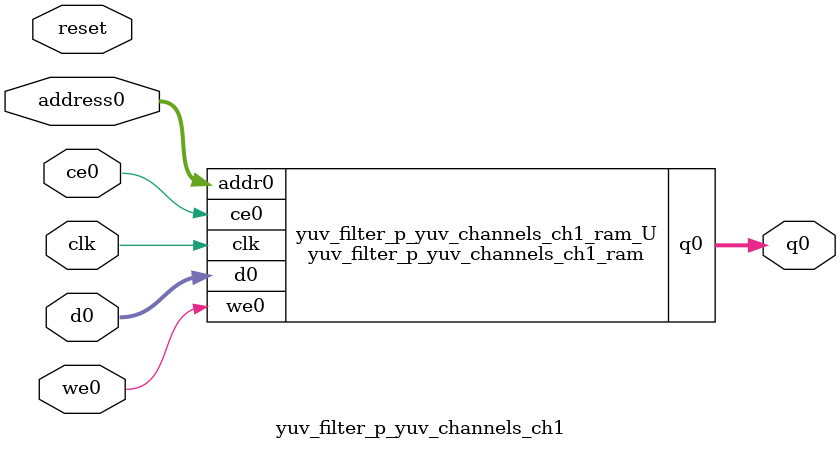
<source format=v>

`timescale 1 ns / 1 ps
module yuv_filter_p_yuv_channels_ch1_ram (addr0, ce0, d0, we0, q0,  clk);

parameter DWIDTH = 8;
parameter AWIDTH = 22;
parameter MEM_SIZE = 2457600;

input[AWIDTH-1:0] addr0;
input ce0;
input[DWIDTH-1:0] d0;
input we0;
output wire[DWIDTH-1:0] q0;
input clk;

(* ram_style = "block" *)reg [DWIDTH-1:0] ram[MEM_SIZE-1:0];
wire [AWIDTH-1:0] addr0_t0; 
(* EQUIVALENT_REGISTER_REMOVAL="NO" *)reg [AWIDTH-1:0] addr0_t1; 
wire [DWIDTH-1:0] d0_t0; 
wire we0_t0; 
(* EQUIVALENT_REGISTER_REMOVAL="NO" *)reg [DWIDTH-1:0] d0_t1; 
(* EQUIVALENT_REGISTER_REMOVAL="NO" *)reg we0_t1; 
reg [DWIDTH-1:0] q0_t0;
reg [DWIDTH-1:0] q0_t1;


assign addr0_t0 = addr0;
assign d0_t0 = d0;
assign we0_t0 = we0;
assign q0 = q0_t1;

always @(posedge clk)  
begin
    if (ce0) 
    begin
        addr0_t1 <= addr0_t0; 
        d0_t1 <= d0_t0;
        we0_t1 <= we0_t0;
        q0_t1 <= q0_t0;
    end
end


always @(posedge clk)  
begin 
    if (ce0) 
    begin
        if (we0_t1) 
        begin 
            ram[addr0_t1] <= d0_t1; 
            q0_t0 <= d0_t1;
        end 
        else 
            q0_t0 <= ram[addr0_t1];
    end
end


endmodule


`timescale 1 ns / 1 ps
module yuv_filter_p_yuv_channels_ch1(
    reset,
    clk,
    address0,
    ce0,
    we0,
    d0,
    q0);

parameter DataWidth = 32'd8;
parameter AddressRange = 32'd2457600;
parameter AddressWidth = 32'd22;
input reset;
input clk;
input[AddressWidth - 1:0] address0;
input ce0;
input we0;
input[DataWidth - 1:0] d0;
output[DataWidth - 1:0] q0;



yuv_filter_p_yuv_channels_ch1_ram yuv_filter_p_yuv_channels_ch1_ram_U(
    .clk( clk ),
    .addr0( address0 ),
    .ce0( ce0 ),
    .d0( d0 ),
    .we0( we0 ),
    .q0( q0 ));

endmodule


</source>
